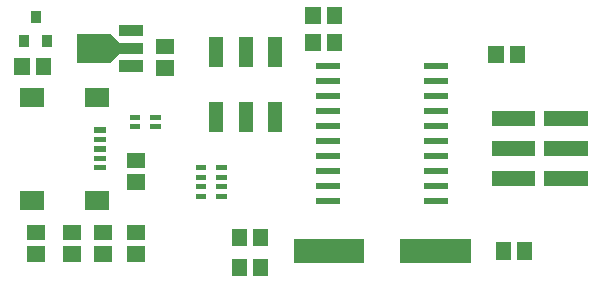
<source format=gbr>
G04 start of page 11 for group -4015 idx -4015 *
G04 Title: (unknown), toppaste *
G04 Creator: pcb 20140316 *
G04 CreationDate: Wed 15 Apr 2020 03:13:27 PM GMT UTC *
G04 For: railfan *
G04 Format: Gerber/RS-274X *
G04 PCB-Dimensions (mil): 2000.00 1000.00 *
G04 PCB-Coordinate-Origin: lower left *
%MOIN*%
%FSLAX25Y25*%
%LNTOPPASTE*%
%ADD79R,0.0500X0.0500*%
%ADD78R,0.0630X0.0630*%
%ADD77R,0.0177X0.0177*%
%ADD76R,0.0787X0.0787*%
%ADD75R,0.0340X0.0340*%
%ADD74C,0.0001*%
%ADD73R,0.0945X0.0945*%
%ADD72R,0.0378X0.0378*%
%ADD71R,0.0200X0.0200*%
%ADD70R,0.0470X0.0470*%
%ADD69R,0.0512X0.0512*%
%ADD68R,0.0167X0.0167*%
G54D68*X74413Y34276D02*X76283D01*
X74413Y37425D02*X76283D01*
X74413Y40575D02*X76283D01*
X74413Y43724D02*X76283D01*
X67717D02*X69587D01*
X67717Y40575D02*X69587D01*
X67717Y37425D02*X69587D01*
X67717Y34276D02*X69587D01*
X45717Y60575D02*X47587D01*
X45717Y57425D02*X47587D01*
X52413D02*X54283D01*
X52413Y60575D02*X54283D01*
G54D69*X176543Y16393D02*Y15607D01*
X169457Y16393D02*Y15607D01*
G54D70*X73700Y84900D02*Y79750D01*
X83500Y84900D02*Y79750D01*
X93300Y84900D02*Y79750D01*
X73700Y63250D02*Y58100D01*
X83500Y63250D02*Y58100D01*
X93300Y63250D02*Y58100D01*
G54D69*X88543Y20893D02*Y20107D01*
X81457Y20893D02*Y20107D01*
G54D71*X108000Y77500D02*X114000D01*
X108000Y72500D02*X114000D01*
X108000Y67500D02*X114000D01*
X108000Y62500D02*X114000D01*
X108000Y57500D02*X114000D01*
X108000Y52500D02*X114000D01*
X108000Y47500D02*X114000D01*
X108000Y42500D02*X114000D01*
X108000Y37500D02*X114000D01*
X108000Y32500D02*X114000D01*
X144000D02*X150000D01*
X144000Y37500D02*X150000D01*
X144000Y42500D02*X150000D01*
X144000Y47500D02*X150000D01*
X144000Y52500D02*X150000D01*
X144000Y57500D02*X150000D01*
X144000Y62500D02*X150000D01*
X144000Y67500D02*X150000D01*
X144000Y72500D02*X150000D01*
X144000Y77500D02*X150000D01*
G54D72*X43311Y77594D02*X47405D01*
X35595Y83500D02*X47405D01*
G54D73*X31971D02*X33861D01*
G54D74*G36*
X37166Y80195D02*X40006Y83035D01*
X41426Y81615D01*
X38586Y78775D01*
X37166Y80195D01*
G37*
G36*
X38586Y88225D02*X41426Y85385D01*
X40006Y83965D01*
X37166Y86805D01*
X38586Y88225D01*
G37*
G54D72*X43311Y89406D02*X47405D01*
G54D75*X9600Y86100D02*Y85500D01*
X17400Y86100D02*Y85500D01*
X13500Y94300D02*Y93700D01*
G54D69*X16043Y77893D02*Y77107D01*
X8957Y77893D02*Y77107D01*
X56107Y84043D02*X56893D01*
X56107Y76957D02*X56893D01*
G54D76*X138843Y16000D02*X154591D01*
X103409D02*X119157D01*
G54D69*X88543Y10893D02*Y10107D01*
X81457Y10893D02*Y10107D01*
X105957Y94893D02*Y94107D01*
X113043Y94893D02*Y94107D01*
X105957Y85893D02*Y85107D01*
X113043Y85893D02*Y85107D01*
X166957Y81893D02*Y81107D01*
X174043Y81893D02*Y81107D01*
X25107Y14957D02*X25893D01*
X25107Y22043D02*X25893D01*
X13107Y14957D02*X13893D01*
X13107Y22043D02*X13893D01*
X35607Y14957D02*X36393D01*
X35607Y22043D02*X36393D01*
X46607Y14957D02*X47393D01*
X46607Y22043D02*X47393D01*
X46607Y38957D02*X47393D01*
X46607Y46043D02*X47393D01*
G54D77*X33768Y56299D02*X35933D01*
X33768Y53150D02*X35933D01*
X33768Y50000D02*X35933D01*
X33768Y46850D02*X35933D01*
X33768Y43701D02*X35933D01*
G54D78*X11524Y67126D02*X13098D01*
X11524Y32874D02*X13098D01*
X33177Y67126D02*X34752D01*
X33177Y32874D02*X34752D01*
G54D79*X185496Y40000D02*X194984D01*
X185496Y50000D02*X194984D01*
X185496Y60000D02*X194984D01*
X168016D02*X177504D01*
X168016Y50000D02*X177504D01*
X168016Y40000D02*X177504D01*
M02*

</source>
